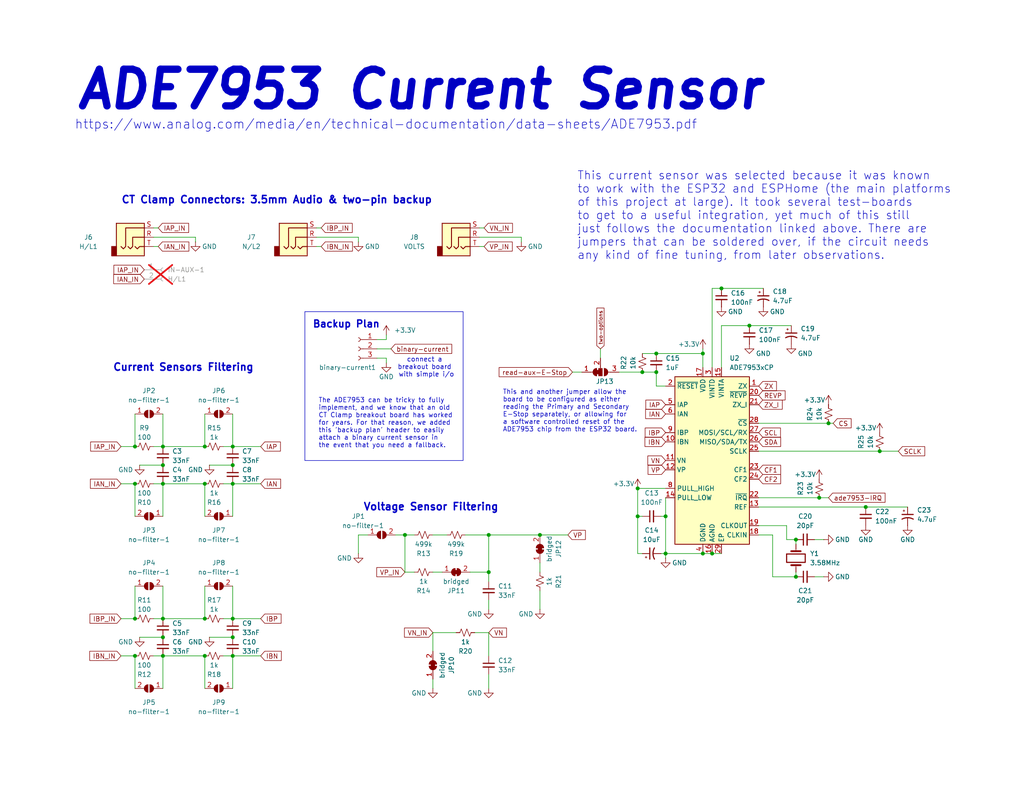
<source format=kicad_sch>
(kicad_sch (version 20231120) (generator "eeschema") (generator_version "8.0")
  (paper "USLetter")
  (title_block (title "ADE7953 Current Sensor") (date "2024-12-13") (rev "3") (company "Corey Rice & MakeHaven") (comment 1 "ADE7953 implemented as in engineering development board") (comment 2 "Pull-up resistors added to configure chip for I2C communication") (comment 3 "3 connectors added, to read 2 current channels and 1 voltage"))
  (lib_symbols
    (symbol "Connector:Conn_01x02_Socket" (pin_names (offset 1.016) hide)
      (property "Reference" "J" (at 0 2.54 0))
      (property "Value" "Conn_01x02_Socket" (at 0 -5.08 0))
      (symbol "Conn_01x02_Socket_1_1"
        (arc (start 0 -2.032) (mid -0.5058 -2.54) (end 0 -3.048) (stroke (width 0.1524)))
        (polyline (pts (xy -1.27 -2.54) (xy -0.508 -2.54)) (stroke (width 0.1524)))
        (polyline (pts (xy -1.27 0) (xy -0.508 0)) (stroke (width 0.1524)))
        (arc (start 0 0.508) (mid -0.5058 0) (end 0 -0.508) (stroke (width 0.1524)))
        (pin passive line (at -5.08 0 0) (length 3.81) (name "Pin_1") (number "1"))
        (pin passive line (at -5.08 -2.54 0) (length 3.81) (name "Pin_2") (number "2"))
      )
    )
    (symbol "Connector:Conn_01x03_Socket" (pin_names (offset 1.016) hide)
      (property "Reference" "J" (at 0 5.08 0))
      (property "Value" "Conn_01x03_Socket" (at 0 -5.08 0))
      (symbol "Conn_01x03_Socket_1_1"
        (arc (start 0 -2.032) (mid -0.5058 -2.54) (end 0 -3.048) (stroke (width 0.1524)))
        (polyline (pts (xy -1.27 -2.54) (xy -0.508 -2.54)) (stroke (width 0.1524)))
        (polyline (pts (xy -1.27 0) (xy -0.508 0)) (stroke (width 0.1524)))
        (polyline (pts (xy -1.27 2.54) (xy -0.508 2.54)) (stroke (width 0.1524)))
        (arc (start 0 0.508) (mid -0.5058 0) (end 0 -0.508) (stroke (width 0.1524)))
        (arc (start 0 3.048) (mid -0.5058 2.54) (end 0 2.032) (stroke (width 0.1524)))
        (pin passive line (at -5.08 2.54 0) (length 3.81) (name "Pin_1") (number "1"))
        (pin passive line (at -5.08 0 0) (length 3.81) (name "Pin_2") (number "2"))
        (pin passive line (at -5.08 -2.54 0) (length 3.81) (name "Pin_3") (number "3"))
      )
    )
    (symbol "Connector_Audio:AudioJack3"
      (property "Reference" "J" (at 0 8.89 0))
      (property "Value" "AudioJack3" (at 0 6.35 0))
      (symbol "AudioJack3_0_1"
        (rectangle (start -5.08 -5.08) (end -6.35 -2.54) (stroke (width 0.254)) (fill (type outline)))
        (polyline (pts (xy 0 -2.54) (xy 0.635 -3.175) (xy 1.27 -2.54) (xy 2.54 -2.54)) (stroke (width 0.254)))
        (polyline (pts (xy -1.905 -2.54) (xy -1.27 -3.175) (xy -0.635 -2.54) (xy -0.635 0) (xy 2.54 0)) (stroke (width 0.254)))
        (polyline (pts (xy 2.54 2.54) (xy -2.54 2.54) (xy -2.54 -2.54) (xy -3.175 -3.175) (xy -3.81 -2.54)) (stroke (width 0.254)))
        (rectangle (start 2.54 3.81) (end -5.08 -5.08) (stroke (width 0.254)) (fill (type background)))
      )
      (symbol "AudioJack3_1_1"
        (pin passive line (at 5.08 0 180) (length 2.54) (name "~") (number "R"))
        (pin passive line (at 5.08 2.54 180) (length 2.54) (name "~") (number "S"))
        (pin passive line (at 5.08 -2.54 180) (length 2.54) (name "~") (number "T"))
      )
    )
    (symbol "Device:C_Polarized_Small_US" (pin_numbers hide) (pin_names (offset 0.254) hide)
      (property "Reference" "C" (at 0.254 1.778 0))
      (property "Value" "C_Polarized_Small_US" (at 0.254 -2.032 0))
      (symbol "C_Polarized_Small_US_0_1"
        (polyline (pts (xy -1.524 0.508) (xy 1.524 0.508)) (stroke (width 0.3048)))
        (polyline (pts (xy -1.27 1.524) (xy -0.762 1.524)))
        (polyline (pts (xy -1.016 1.27) (xy -1.016 1.778)))
        (arc (start 1.524 -0.762) (mid 0 -0.3734) (end -1.524 -0.762) (stroke (width 0.3048)))
      )
      (symbol "C_Polarized_Small_US_1_1"
        (pin passive line (at 0 2.54 270) (length 2.032) (name "~") (number "1"))
        (pin passive line (at 0 -2.54 90) (length 2.032) (name "~") (number "2"))
      )
    )
    (symbol "Device:C_Small" (pin_numbers hide) (pin_names (offset 0.254) hide)
      (property "Reference" "C" (at 0.254 1.778 0))
      (property "Value" "C_Small" (at 0.254 -2.032 0))
      (symbol "C_Small_0_1"
        (polyline (pts (xy -1.524 -0.508) (xy 1.524 -0.508)) (stroke (width 0.3302)))
        (polyline (pts (xy -1.524 0.508) (xy 1.524 0.508)) (stroke (width 0.3048)))
      )
      (symbol "C_Small_1_1"
        (pin passive line (at 0 2.54 270) (length 2.032) (name "~") (number "1"))
        (pin passive line (at 0 -2.54 90) (length 2.032) (name "~") (number "2"))
      )
    )
    (symbol "Device:Crystal" (pin_numbers hide) (pin_names (offset 1.016) hide)
      (property "Reference" "Y" (at 0 3.81 0))
      (property "Value" "Crystal" (at 0 -3.81 0))
      (symbol "Crystal_0_1"
        (rectangle (start -1.143 2.54) (end 1.143 -2.54) (stroke (width 0.3048)))
        (polyline (pts (xy -2.54 0) (xy -1.905 0)))
        (polyline (pts (xy -1.905 -1.27) (xy -1.905 1.27)) (stroke (width 0.508)))
        (polyline (pts (xy 1.905 -1.27) (xy 1.905 1.27)) (stroke (width 0.508)))
        (polyline (pts (xy 2.54 0) (xy 1.905 0)))
      )
      (symbol "Crystal_1_1"
        (pin passive line (at -3.81 0 0) (length 1.27) (name "1") (number "1"))
        (pin passive line (at 3.81 0 180) (length 1.27) (name "2") (number "2"))
      )
    )
    (symbol "Device:R_Small_US" (pin_numbers hide) (pin_names (offset 0.254) hide)
      (property "Reference" "R" (at 0.762 0.508 0))
      (property "Value" "R_Small_US" (at 0.762 -1.016 0))
      (symbol "R_Small_US_1_1"
        (polyline (pts (xy 0 0) (xy 1.016 -0.381) (xy 0 -0.762) (xy -1.016 -1.143) (xy 0 -1.524)))
        (polyline (pts (xy 0 1.524) (xy 1.016 1.143) (xy 0 0.762) (xy -1.016 0.381) (xy 0 0)))
        (pin passive line (at 0 2.54 270) (length 1.016) (name "~") (number "1"))
        (pin passive line (at 0 -2.54 90) (length 1.016) (name "~") (number "2"))
      )
    )
    (symbol "Jumper:SolderJumper_2_Bridged" (pin_names (offset 0) hide)
      (property "Reference" "JP" (at 0 2.032 0))
      (property "Value" "SolderJumper_2_Bridged" (at 0 -2.54 0))
      (symbol "SolderJumper_2_Bridged_0_1"
        (rectangle (start -0.508 0.508) (end 0.508 -0.508) (fill (type outline)))
        (arc (start -0.254 1.016) (mid -1.2655 0) (end -0.254 -1.016))
        (arc (start -0.254 1.016) (mid -1.2655 0) (end -0.254 -1.016) (fill (type outline)))
        (polyline (pts (xy -0.254 1.016) (xy -0.254 -1.016)))
        (polyline (pts (xy 0.254 1.016) (xy 0.254 -1.016)))
        (arc (start 0.254 -1.016) (mid 1.2655 0) (end 0.254 1.016))
        (arc (start 0.254 -1.016) (mid 1.2655 0) (end 0.254 1.016) (fill (type outline)))
      )
      (symbol "SolderJumper_2_Bridged_1_1"
        (pin passive line (at -3.81 0 0) (length 2.54) (name "A") (number "1"))
        (pin passive line (at 3.81 0 180) (length 2.54) (name "B") (number "2"))
      )
    )
    (symbol "Jumper:SolderJumper_2_Open" (pin_names (offset 0) hide)
      (property "Reference" "JP" (at 0 2.032 0))
      (property "Value" "SolderJumper_2_Open" (at 0 -2.54 0))
      (symbol "SolderJumper_2_Open_0_1"
        (arc (start -0.254 1.016) (mid -1.2655 0) (end -0.254 -1.016))
        (arc (start -0.254 1.016) (mid -1.2655 0) (end -0.254 -1.016) (fill (type outline)))
        (polyline (pts (xy -0.254 1.016) (xy -0.254 -1.016)))
        (polyline (pts (xy 0.254 1.016) (xy 0.254 -1.016)))
        (arc (start 0.254 -1.016) (mid 1.2655 0) (end 0.254 1.016))
        (arc (start 0.254 -1.016) (mid 1.2655 0) (end 0.254 1.016) (fill (type outline)))
      )
      (symbol "SolderJumper_2_Open_1_1"
        (pin passive line (at -3.81 0 0) (length 2.54) (name "A") (number "1"))
        (pin passive line (at 3.81 0 180) (length 2.54) (name "B") (number "2"))
      )
    )
    (symbol "Jumper:SolderJumper_3_Bridged12" (pin_names (offset 0) hide)
      (property "Reference" "JP" (at -2.54 -2.54 0))
      (property "Value" "SolderJumper_3_Bridged12" (at 0 2.794 0))
      (symbol "SolderJumper_3_Bridged12_0_1"
        (rectangle (start -1.016 0.508) (end -0.508 -0.508) (fill (type outline)))
        (arc (start -1.016 1.016) (mid -2.0275 0) (end -1.016 -1.016))
        (arc (start -1.016 1.016) (mid -2.0275 0) (end -1.016 -1.016) (fill (type outline)))
        (rectangle (start -0.508 1.016) (end 0.508 -1.016) (fill (type outline)))
        (polyline (pts (xy -2.54 0) (xy -2.032 0)))
        (polyline (pts (xy -1.016 1.016) (xy -1.016 -1.016)))
        (polyline (pts (xy 0 -1.27) (xy 0 -1.016)))
        (polyline (pts (xy 1.016 1.016) (xy 1.016 -1.016)))
        (polyline (pts (xy 2.54 0) (xy 2.032 0)))
        (arc (start 1.016 -1.016) (mid 2.0275 0) (end 1.016 1.016))
        (arc (start 1.016 -1.016) (mid 2.0275 0) (end 1.016 1.016) (fill (type outline)))
      )
      (symbol "SolderJumper_3_Bridged12_1_1"
        (pin passive line (at -5.08 0 0) (length 2.54) (name "A") (number "1"))
        (pin passive line (at 0 -3.81 90) (length 2.54) (name "C") (number "2"))
        (pin passive line (at 5.08 0 180) (length 2.54) (name "B") (number "3"))
      )
    )
    (symbol "Sensor:ADE7953xCP"
      (property "Reference" "U" (at -12.7 22.86 0))
      (property "Value" "ADE7953xCP" (at -12.7 25.4 0))
      (symbol "ADE7953xCP_0_1"
        (rectangle (start 10.16 -22.86) (end -10.16 22.86) (stroke (width 0.254)) (fill (type background)))
      )
      (symbol "ADE7953xCP_1_1"
        (pin output line (at 12.7 20.32 180) (length 2.54) (name "ZX") (number "1"))
        (pin input line (at -12.7 5.08 0) (length 2.54) (name "IBN") (number "10"))
        (pin input line (at -12.7 0 0) (length 2.54) (name "VN") (number "11"))
        (pin input line (at -12.7 -2.54 0) (length 2.54) (name "VP") (number "12"))
        (pin input line (at 12.7 -12.7 180) (length 2.54) (name "REF") (number "13"))
        (pin input line (at -12.7 -10.16 0) (length 2.54) (name "PULL_LOW") (number "14"))
        (pin power_out line (at 2.54 25.4 270) (length 2.54) (name "VINTA") (number "15"))
        (pin power_in line (at 0 -25.4 90) (length 2.54) (name "AGND") (number "16"))
        (pin power_in line (at -2.54 25.4 270) (length 2.54) (name "VDD") (number "17"))
        (pin input line (at 12.7 -20.32 180) (length 2.54) (name "CLKIN") (number "18"))
        (pin output line (at 12.7 -17.78 180) (length 2.54) (name "CLKOUT") (number "19"))
        (pin input line (at -12.7 20.32 0) (length 2.54) (name "~{RESET}") (number "2"))
        (pin output line (at 12.7 17.78 180) (length 2.54) (name "~{REVP}") (number "20"))
        (pin output line (at 12.7 15.24 180) (length 2.54) (name "ZX_I") (number "21"))
        (pin open_collector line (at 12.7 -10.16 180) (length 2.54) (name "~{IRQ}") (number "22"))
        (pin output line (at 12.7 -2.54 180) (length 2.54) (name "CF1") (number "23"))
        (pin output line (at 12.7 -5.08 180) (length 2.54) (name "CF2") (number "24"))
        (pin input line (at 12.7 2.54 180) (length 2.54) (name "SCLK") (number "25"))
        (pin bidirectional line (at 12.7 5.08 180) (length 2.54) (name "MISO/SDA/TX") (number "26"))
        (pin input line (at 12.7 7.62 180) (length 2.54) (name "MOSI/SCL/RX") (number "27"))
        (pin input line (at 12.7 10.16 180) (length 2.54) (name "~{CS}") (number "28"))
        (pin passive line (at 2.54 -25.4 90) (length 2.54) (name "EP") (number "29"))
        (pin power_out line (at 0 25.4 270) (length 2.54) (name "VINTD") (number "3"))
        (pin power_in line (at -2.54 -25.4 90) (length 2.54) (name "DGND") (number "4"))
        (pin input line (at -12.7 15.24 0) (length 2.54) (name "IAP") (number "5"))
        (pin input line (at -12.7 12.7 0) (length 2.54) (name "IAN") (number "6"))
        (pin input line (at -12.7 -7.62 0) (length 2.54) hide (name "PULL_HIGH") (number "7"))
        (pin input line (at -12.7 -7.62 0) (length 2.54) (name "PULL_HIGH") (number "8"))
        (pin input line (at -12.7 7.62 0) (length 2.54) (name "IBP") (number "9"))
      )
    )
    (symbol "power:+3.3V" (power) (pin_numbers hide) (pin_names (offset 0) hide)
      (property "Value" "+3.3V" (at 0 3.556 0))
      (symbol "+3.3V_0_1"
        (polyline (pts (xy -0.762 1.27) (xy 0 2.54)))
        (polyline (pts (xy 0 0) (xy 0 2.54)))
        (polyline (pts (xy 0 2.54) (xy 0.762 1.27)))
      )
      (symbol "+3.3V_1_1"
        (pin power_in line (at 0 0 90) (length 0) (name "~") (number "1"))
      )
    )
    (symbol "power:GND" (power) (pin_numbers hide) (pin_names (offset 0) hide)
      (property "Value" "GND" (at 0 -3.81 0))
      (symbol "GND_0_1"
        (polyline (pts (xy 0 0) (xy 0 -1.27) (xy 1.27 -1.27) (xy 0 -2.54) (xy -1.27 -1.27) (xy 0 -1.27)))
      )
      (symbol "GND_1_1"
        (pin power_in line (at 0 0 270) (length 0) (name "~") (number "1"))
      )
    )
  )
  (junction (at 217.17 147.32))
  (junction (at 36.83 121.92))
  (junction (at 147.32 146.05))
  (junction (at 44.45 127))
  (junction (at 204.47 88.9))
  (junction (at 55.88 179.07))
  (junction (at 194.31 151.13))
  (junction (at 236.22 138.43))
  (junction (at 55.88 168.91))
  (junction (at 44.45 168.91))
  (junction (at 226.06 115.57))
  (junction (at 179.07 96.52))
  (junction (at 63.5 121.92))
  (junction (at 240.03 123.19))
  (junction (at 44.45 132.08))
  (junction (at 44.45 121.92))
  (junction (at 44.45 173.99))
  (junction (at 44.45 179.07))
  (junction (at 181.61 140.97))
  (junction (at 55.88 121.92))
  (junction (at 55.88 132.08))
  (junction (at 223.52 135.89))
  (junction (at 175.26 101.6))
  (junction (at 173.99 140.97))
  (junction (at 36.83 132.08))
  (junction (at 110.49 146.05))
  (junction (at 63.5 179.07))
  (junction (at 191.77 96.52))
  (junction (at 63.5 132.08))
  (junction (at 63.5 127))
  (junction (at 196.85 78.74))
  (junction (at 173.99 133.35))
  (junction (at 63.5 168.91))
  (junction (at 179.07 101.6))
  (junction (at 36.83 168.91))
  (junction (at 191.77 151.13))
  (junction (at 36.83 179.07))
  (junction (at 181.61 151.13))
  (junction (at 133.35 146.05))
  (junction (at 217.17 157.48))
  (junction (at 63.5 173.99))
  (junction (at 133.35 156.21))
  (wire (pts (xy 142.24 64.77) (xy 130.81 64.77)))
  (wire (pts (xy 236.22 138.43) (xy 247.65 138.43)))
  (wire (pts (xy 179.07 105.41) (xy 179.07 101.6)))
  (wire (pts (xy 36.83 113.03) (xy 36.83 121.92)))
  (wire (pts (xy 100.33 146.05) (xy 97.79 146.05)))
  (wire (pts (xy 33.02 121.92) (xy 36.83 121.92)))
  (wire (pts (xy 191.77 95.25) (xy 191.77 96.52)))
  (wire (pts (xy 133.35 146.05) (xy 147.32 146.05)))
  (wire (pts (xy 102.87 97.79) (xy 105.41 97.79)))
  (wire (pts (xy 194.31 100.33) (xy 194.31 78.74)))
  (wire (pts (xy 168.91 101.6) (xy 175.26 101.6)))
  (wire (pts (xy 173.99 133.35) (xy 173.99 140.97)))
  (wire (pts (xy 36.83 179.07) (xy 36.83 187.96)))
  (wire (pts (xy 147.32 153.67) (xy 147.32 156.21)))
  (wire (pts (xy 207.01 138.43) (xy 236.22 138.43)))
  (wire (pts (xy 102.87 95.25) (xy 106.68 95.25)))
  (wire (pts (xy 130.81 67.31) (xy 132.08 67.31)))
  (wire (pts (xy 102.87 92.71) (xy 105.41 92.71)))
  (wire (pts (xy 105.41 97.79) (xy 105.41 99.06)))
  (wire (pts (xy 181.61 140.97) (xy 181.61 151.13)))
  (wire (pts (xy 71.12 179.07) (xy 63.5 179.07)))
  (wire (pts (xy 44.45 179.07) (xy 55.88 179.07)))
  (wire (pts (xy 129.54 172.72) (xy 133.35 172.72)))
  (wire (pts (xy 226.06 115.57) (xy 207.01 115.57)))
  (wire (pts (xy 196.85 151.13) (xy 194.31 151.13)))
  (wire (pts (xy 207.01 143.51) (xy 214.63 143.51)))
  (wire (pts (xy 33.02 179.07) (xy 36.83 179.07)))
  (wire (pts (xy 87.63 62.23) (xy 86.36 62.23)))
  (wire (pts (xy 191.77 96.52) (xy 191.77 100.33)))
  (wire (pts (xy 181.61 151.13) (xy 181.61 152.4)))
  (wire (pts (xy 60.96 168.91) (xy 63.5 168.91)))
  (wire (pts (xy 38.1 127) (xy 44.45 127)))
  (wire (pts (xy 57.15 173.99) (xy 63.5 173.99)))
  (wire (pts (xy 175.26 101.6) (xy 179.07 101.6)))
  (wire (pts (xy 36.83 160.02) (xy 36.83 168.91)))
  (wire (pts (xy 156.21 101.6) (xy 158.75 101.6)))
  (wire (pts (xy 60.96 179.07) (xy 63.5 179.07)))
  (wire (pts (xy 194.31 78.74) (xy 196.85 78.74)))
  (wire (pts (xy 33.02 168.91) (xy 36.83 168.91)))
  (wire (pts (xy 41.91 64.77) (xy 53.34 64.77)))
  (wire (pts (xy 110.49 156.21) (xy 110.49 146.05)))
  (wire (pts (xy 118.11 156.21) (xy 120.65 156.21)))
  (wire (pts (xy 44.45 160.02) (xy 44.45 168.91)))
  (wire (pts (xy 43.18 62.23) (xy 41.91 62.23)))
  (wire (pts (xy 196.85 78.74) (xy 208.28 78.74)))
  (wire (pts (xy 173.99 151.13) (xy 175.26 151.13)))
  (wire (pts (xy 133.35 156.21) (xy 133.35 158.75)))
  (wire (pts (xy 107.95 146.05) (xy 110.49 146.05)))
  (wire (pts (xy 55.88 179.07) (xy 55.88 187.96)))
  (wire (pts (xy 97.79 66.04) (xy 97.79 64.77)))
  (wire (pts (xy 214.63 147.32) (xy 217.17 147.32)))
  (wire (pts (xy 38.1 173.99) (xy 44.45 173.99)))
  (wire (pts (xy 181.61 151.13) (xy 180.34 151.13)))
  (wire (pts (xy 97.79 146.05) (xy 97.79 151.13)))
  (wire (pts (xy 60.96 132.08) (xy 63.5 132.08)))
  (wire (pts (xy 207.01 146.05) (xy 210.82 146.05)))
  (wire (pts (xy 181.61 140.97) (xy 180.34 140.97)))
  (wire (pts (xy 97.79 64.77) (xy 86.36 64.77)))
  (wire (pts (xy 181.61 135.89) (xy 181.61 140.97)))
  (wire (pts (xy 147.32 161.29) (xy 147.32 166.37)))
  (wire (pts (xy 175.26 140.97) (xy 173.99 140.97)))
  (wire (pts (xy 245.11 123.19) (xy 240.03 123.19)))
  (wire (pts (xy 44.45 132.08) (xy 55.88 132.08)))
  (wire (pts (xy 63.5 113.03) (xy 63.5 121.92)))
  (wire (pts (xy 44.45 113.03) (xy 44.45 121.92)))
  (wire (pts (xy 55.88 132.08) (xy 55.88 140.97)))
  (wire (pts (xy 194.31 151.13) (xy 191.77 151.13)))
  (wire (pts (xy 196.85 88.9) (xy 196.85 100.33)))
  (wire (pts (xy 53.34 66.04) (xy 53.34 64.77)))
  (wire (pts (xy 226.06 135.89) (xy 223.52 135.89)))
  (wire (pts (xy 173.99 133.35) (xy 181.61 133.35)))
  (wire (pts (xy 210.82 146.05) (xy 210.82 157.48)))
  (wire (pts (xy 57.15 127) (xy 63.5 127)))
  (wire (pts (xy 60.96 121.92) (xy 63.5 121.92)))
  (wire (pts (xy 179.07 96.52) (xy 191.77 96.52)))
  (wire (pts (xy 173.99 140.97) (xy 173.99 151.13)))
  (wire (pts (xy 127 146.05) (xy 133.35 146.05)))
  (wire (pts (xy 133.35 146.05) (xy 133.35 156.21)))
  (wire (pts (xy 191.77 151.13) (xy 181.61 151.13)))
  (wire (pts (xy 105.41 92.71) (xy 105.41 91.44)))
  (wire (pts (xy 196.85 88.9) (xy 204.47 88.9)))
  (wire (pts (xy 63.5 160.02) (xy 63.5 168.91)))
  (wire (pts (xy 41.91 132.08) (xy 44.45 132.08)))
  (wire (pts (xy 41.91 168.91) (xy 44.45 168.91)))
  (wire (pts (xy 181.61 105.41) (xy 179.07 105.41)))
  (wire (pts (xy 175.26 96.52) (xy 179.07 96.52)))
  (wire (pts (xy 113.03 156.21) (xy 110.49 156.21)))
  (wire (pts (xy 63.5 179.07) (xy 63.5 187.96)))
  (wire (pts (xy 132.08 62.23) (xy 130.81 62.23)))
  (wire (pts (xy 118.11 172.72) (xy 124.46 172.72)))
  (wire (pts (xy 147.32 146.05) (xy 154.94 146.05)))
  (wire (pts (xy 163.83 95.25) (xy 163.83 97.79)))
  (wire (pts (xy 44.45 132.08) (xy 44.45 140.97)))
  (wire (pts (xy 207.01 135.89) (xy 223.52 135.89)))
  (wire (pts (xy 36.83 132.08) (xy 36.83 140.97)))
  (wire (pts (xy 222.25 147.32) (xy 224.79 147.32)))
  (wire (pts (xy 133.35 184.15) (xy 133.35 187.96)))
  (wire (pts (xy 55.88 113.03) (xy 55.88 121.92)))
  (wire (pts (xy 217.17 147.32) (xy 217.17 148.59)))
  (wire (pts (xy 214.63 143.51) (xy 214.63 147.32)))
  (wire (pts (xy 41.91 121.92) (xy 44.45 121.92)))
  (wire (pts (xy 63.5 132.08) (xy 63.5 140.97)))
  (wire (pts (xy 110.49 146.05) (xy 113.03 146.05)))
  (wire (pts (xy 71.12 168.91) (xy 63.5 168.91)))
  (wire (pts (xy 133.35 172.72) (xy 133.35 179.07)))
  (wire (pts (xy 43.18 67.31) (xy 41.91 67.31)))
  (wire (pts (xy 44.45 179.07) (xy 44.45 187.96)))
  (wire (pts (xy 118.11 185.42) (xy 118.11 187.96)))
  (wire (pts (xy 133.35 163.83) (xy 133.35 166.37)))
  (wire (pts (xy 222.25 157.48) (xy 224.79 157.48)))
  (wire (pts (xy 118.11 177.8) (xy 118.11 172.72)))
  (wire (pts (xy 210.82 157.48) (xy 217.17 157.48)))
  (wire (pts (xy 128.27 156.21) (xy 133.35 156.21)))
  (wire (pts (xy 142.24 66.04) (xy 142.24 64.77)))
  (wire (pts (xy 44.45 121.92) (xy 55.88 121.92)))
  (wire (pts (xy 44.45 168.91) (xy 55.88 168.91)))
  (wire (pts (xy 217.17 156.21) (xy 217.17 157.48)))
  (wire (pts (xy 204.47 88.9) (xy 215.9 88.9)))
  (wire (pts (xy 55.88 160.02) (xy 55.88 168.91)))
  (wire (pts (xy 227.33 115.57) (xy 226.06 115.57)))
  (wire (pts (xy 71.12 132.08) (xy 63.5 132.08)))
  (wire (pts (xy 86.36 67.31) (xy 87.63 67.31)))
  (wire (pts (xy 41.91 179.07) (xy 44.45 179.07)))
  (wire (pts (xy 33.02 132.08) (xy 36.83 132.08)))
  (wire (pts (xy 240.03 123.19) (xy 207.01 123.19)))
  (wire (pts (xy 118.11 146.05) (xy 121.92 146.05)))
  (wire (pts (xy 71.12 121.92) (xy 63.5 121.92)))
  (rectangle (start 83.185 85.09) (end 126.365 125.73))
  (text "CT Clamp Connectors: 3.5mm Audio & two-pin backup" (at 33.02 55.88 0) (effects (font (size 2 2) (thickness 0.4) (bold yes)) (justify left bottom)))
  (text "connect a \nbreakout board \nwith simple i/o" (at 116.332 100.33 0) (effects (font (size 1.27 1.27) (thickness 0.1588))))
  (text "The ADE7953 can be tricky to fully\nimplement, and we know that an old\nCT Clamp breakout board has worked\nfor years. For that reason, we added\nthis 'backup plan' header to easily \nattach a binary current sensor in \nthe event that you need a fallback." (at 86.868 122.428 0) (effects (font (size 1.27 1.27)) (justify left bottom)))
  (text "Voltage Sensor Filtering" (at 99.06 139.7 0) (effects (font (size 2 2) (thickness 0.4) (bold yes)) (justify left bottom)))
  (text "https://www.analog.com/media/en/technical-documentation/data-sheets/ADE7953.pdf\n" (at 20.32 35.56 0) (effects (font (size 2.5 2.5)) (justify left bottom)))
  (text "ADE7953 Current Sensor\n" (at 20.32 30.48 0) (effects (font (size 10 10) (thickness 2) (bold yes) (italic yes)) (justify left bottom)))
  (text "This current sensor was selected because it was known \nto work with the ESP32 and ESPHome (the main platforms \nof this project at large). It took several test-boards \nto get to a useful integration, yet much of this still\njust follows the documentation linked above. There are \njumpers that can be soldered over, if the circuit needs\nany kind of fine tuning, from later observations." (at 157.48 71.12 0) (effects (font (size 2.25 2.25)) (justify left bottom)))
  (text "Current Sensors Filtering" (at 30.734 101.6 0) (effects (font (size 2 2) (thickness 0.4) (bold yes)) (justify left bottom)))
  (text "This and another jumper allow the \nboard to be configured as either \nreading the Primary and Secondary \nE-Stop separately, or allowing for \na software controlled reset of the \nADE7953 chip from the ESP32 board." (at 137.16 118.11 0) (effects (font (size 1.27 1.27)) (justify left bottom)))
  (text "Backup Plan" (at 94.488 88.646 0) (effects (font (size 1.905 1.905) (thickness 0.381) (bold yes))))
  (global_label "binary-current" (shape input) (at 106.68 95.25 0) (property "Intersheetrefs" "${INTERSHEET_REFS}" (effects (hide yes))))
  (global_label "REVP" (shape input) (at 207.01 107.95 0) (property "Intersheetrefs" "${INTERSHEET_REFS}" (effects (hide yes))))
  (global_label "IBN_IN" (shape input) (at 87.63 67.31 0) (property "Intersheetrefs" "${INTERSHEET_REFS}" (effects (hide yes))))
  (global_label "VN_IN" (shape input) (at 118.11 172.72 180) (property "Intersheetrefs" "${INTERSHEET_REFS}" (effects (hide yes))))
  (global_label "IBN" (shape input) (at 71.12 179.07 0) (property "Intersheetrefs" "${INTERSHEET_REFS}" (effects (hide yes))))
  (global_label "IBP" (shape input) (at 71.12 168.91 0) (property "Intersheetrefs" "${INTERSHEET_REFS}" (effects (hide yes))))
  (global_label "IAN_IN" (shape input) (at 33.02 132.08 180) (property "Intersheetrefs" "${INTERSHEET_REFS}" (effects (hide yes))))
  (global_label "VP" (shape input) (at 154.94 146.05 0) (property "Intersheetrefs" "${INTERSHEET_REFS}" (effects (hide yes))))
  (global_label "VN_IN" (shape input) (at 132.08 62.23 0) (property "Intersheetrefs" "${INTERSHEET_REFS}" (effects (hide yes))))
  (global_label "IAP_IN" (shape input) (at 39.37 73.66 180) (property "Intersheetrefs" "${INTERSHEET_REFS}" (effects (hide yes))))
  (global_label "SCL" (shape input) (at 207.01 118.11 0) (property "Intersheetrefs" "${INTERSHEET_REFS}" (effects (hide yes))))
  (global_label "ade7953-IRQ" (shape input) (at 226.06 135.89 0) (property "Intersheetrefs" "${INTERSHEET_REFS}" (effects (hide yes))))
  (global_label "VP" (shape input) (at 181.61 128.27 180) (property "Intersheetrefs" "${INTERSHEET_REFS}" (effects (hide yes))))
  (global_label "IAN" (shape input) (at 181.61 113.03 180) (property "Intersheetrefs" "${INTERSHEET_REFS}" (effects (hide yes))))
  (global_label "VP_IN" (shape input) (at 110.49 156.21 180) (property "Intersheetrefs" "${INTERSHEET_REFS}" (effects (hide yes))))
  (global_label "IAP_IN" (shape input) (at 33.02 121.92 180) (property "Intersheetrefs" "${INTERSHEET_REFS}" (effects (hide yes))))
  (global_label "SCLK" (shape input) (at 245.11 123.19 0) (property "Intersheetrefs" "${INTERSHEET_REFS}" (effects (hide yes))))
  (global_label "CF1" (shape input) (at 207.01 128.27 0) (property "Intersheetrefs" "${INTERSHEET_REFS}" (effects (hide yes))))
  (global_label "IAP" (shape input) (at 71.12 121.92 0) (property "Intersheetrefs" "${INTERSHEET_REFS}" (effects (hide yes))))
  (global_label "VP_IN" (shape input) (at 132.08 67.31 0) (property "Intersheetrefs" "${INTERSHEET_REFS}" (effects (hide yes))))
  (global_label "IAN_IN" (shape input) (at 39.37 76.2 180) (property "Intersheetrefs" "${INTERSHEET_REFS}" (effects (hide yes))))
  (global_label "IAP_IN" (shape input) (at 43.18 62.23 0) (property "Intersheetrefs" "${INTERSHEET_REFS}" (effects (hide yes))))
  (global_label "ZX" (shape input) (at 207.01 105.41 0) (property "Intersheetrefs" "${INTERSHEET_REFS}" (effects (hide yes))))
  (global_label "CS" (shape input) (at 227.33 115.57 0) (property "Intersheetrefs" "${INTERSHEET_REFS}" (effects (hide yes))))
  (global_label "IAP" (shape input) (at 181.61 110.49 180) (property "Intersheetrefs" "${INTERSHEET_REFS}" (effects (hide yes))))
  (global_label "IBN" (shape input) (at 181.61 120.65 180) (property "Intersheetrefs" "${INTERSHEET_REFS}" (effects (hide yes))))
  (global_label "SDA" (shape input) (at 207.01 120.65 0) (property "Intersheetrefs" "${INTERSHEET_REFS}" (effects (hide yes))))
  (global_label "read-aux-E-Stop" (shape input) (at 156.21 101.6 180) (property "Intersheetrefs" "${INTERSHEET_REFS}" (effects (hide yes))))
  (global_label "IAN_IN" (shape input) (at 43.18 67.31 0) (property "Intersheetrefs" "${INTERSHEET_REFS}" (effects (hide yes))))
  (global_label "ZX_I" (shape input) (at 207.01 110.49 0) (property "Intersheetrefs" "${INTERSHEET_REFS}" (effects (hide yes))))
  (global_label "VN" (shape input) (at 133.35 172.72 0) (property "Intersheetrefs" "${INTERSHEET_REFS}" (effects (hide yes))))
  (global_label "two-options" (shape input) (at 163.83 95.25 90) (effects (font (size 1 1))) (property "Intersheetrefs" "${INTERSHEET_REFS}" (effects (hide yes))))
  (global_label "IBP_IN" (shape input) (at 33.02 168.91 180) (property "Intersheetrefs" "${INTERSHEET_REFS}" (effects (hide yes))))
  (global_label "IBN_IN" (shape input) (at 33.02 179.07 180) (property "Intersheetrefs" "${INTERSHEET_REFS}" (effects (hide yes))))
  (global_label "VN" (shape input) (at 181.61 125.73 180) (property "Intersheetrefs" "${INTERSHEET_REFS}" (effects (hide yes))))
  (global_label "IAN" (shape input) (at 71.12 132.08 0) (property "Intersheetrefs" "${INTERSHEET_REFS}" (effects (hide yes))))
  (global_label "IBP" (shape input) (at 181.61 118.11 180) (property "Intersheetrefs" "${INTERSHEET_REFS}" (effects (hide yes))))
  (global_label "CF2" (shape input) (at 207.01 130.81 0) (property "Intersheetrefs" "${INTERSHEET_REFS}" (effects (hide yes))))
  (global_label "IBP_IN" (shape input) (at 87.63 62.23 0) (property "Intersheetrefs" "${INTERSHEET_REFS}" (effects (hide yes))))
  (symbol (lib_id "Device:C_Small") (at 196.85 81.28 0) (unit 1)
    (property "Reference" "C16" (at 199.39 80.0162 0) (effects (justify left)))
    (property "Value" "100nF" (at 199.39 82.5562 0) (effects (justify left)))
    (property "Footprint" "LED_SMD:LED_0603_1608Metric" (effects (hide yes)))
    (property "JLCPCB Part #" "C14663" (effects (hide yes)))
  )
  (symbol (lib_id "Device:C_Polarized_Small_US") (at 208.28 81.28 0) (unit 1)
    (property "Reference" "C18" (at 210.82 79.5781 0) (effects (justify left)))
    (property "Value" "4.7uF" (at 210.82 82.1181 0) (effects (justify left)))
    (property "Footprint" "Capacitor_THT:CP_Radial_D5.0mm_P2.00mm" (effects (hide yes)))
    (property "JLCPCB Part #" "C88759" (effects (hide yes)))
  )
  (symbol (lib_id "Device:R_Small_US") (at 58.42 168.91 90) (unit 1)
    (property "Reference" "R17" (at 58.42 163.83 90))
    (property "Value" "1k" (at 58.42 166.37 90))
    (property "Footprint" "Resistor_SMD:R_0603_1608Metric" (effects (hide yes)))
    (property "JLCPCB Part #" "C21190" (effects (hide yes)))
  )
  (symbol (lib_id "Device:C_Small") (at 219.71 147.32 90) (unit 1)
    (property "Reference" "C20" (at 219.7163 140.97 90))
    (property "Value" "20pF" (at 219.7163 143.51 90))
    (property "Footprint" "LED_SMD:LED_0603_1608Metric" (effects (hide yes)))
    (property "JLCPCB Part #" "C1648" (effects (hide yes)))
  )
  (symbol (lib_id "Jumper:SolderJumper_2_Open") (at 40.64 113.03 0) (unit 1)
    (property "Reference" "JP2" (at 40.64 106.68 0))
    (property "Value" "no-filter-1" (at 40.64 109.22 0))
    (property "Footprint" "Jumper:SolderJumper-2_P1.3mm_Open_RoundedPad1.0x1.5mm" (effects (hide yes)))
  )
  (symbol (lib_id "power:GND") (at 196.85 83.82 0) (unit 1)
    (property "Reference" "#PWR0145" (effects (hide yes)))
    (property "Value" "GND" (at 200.66 85.09 0))
    (property "Description" "Power symbol creates a global label with name \"GND\" , ground" (effects (hide yes)))
  )
  (symbol (lib_id "power:GND") (at 38.1 173.99 0) (unit 1)
    (property "Reference" "#PWR0137" (effects (hide yes)))
    (property "Value" "GND" (at 34.29 175.26 0))
    (property "Description" "Power symbol creates a global label with name \"GND\" , ground" (effects (hide yes)))
  )
  (symbol (lib_id "Device:C_Polarized_Small_US") (at 215.9 91.44 0) (unit 1)
    (property "Reference" "C19" (at 218.44 89.7381 0) (effects (justify left)))
    (property "Value" "4.7uF" (at 218.44 92.2781 0) (effects (justify left)))
    (property "Footprint" "Capacitor_THT:CP_Radial_D5.0mm_P2.00mm" (effects (hide yes)))
    (property "JLCPCB Part #" "C88759" (effects (hide yes)))
  )
  (symbol (lib_id "Device:C_Polarized_Small_US") (at 177.8 151.13 90) (unit 1)
    (property "Reference" "C14" (at 177.8 144.78 90))
    (property "Value" "10uF" (at 177.8 147.32 90))
    (property "Footprint" "Capacitor_THT:CP_Radial_D5.0mm_P2.00mm" (effects (hide yes)))
    (property "JLCPCB Part #" "C88726" (effects (hide yes)))
  )
  (symbol (lib_id "Jumper:SolderJumper_2_Bridged") (at 147.32 149.86 90) (unit 1)
    (property "Reference" "JP12" (at 152.4 149.86 0))
    (property "Value" "bridged" (at 149.86 149.86 0))
    (property "Footprint" "Jumper:SolderJumper-2_P1.3mm_Bridged_RoundedPad1.0x1.5mm" (effects (hide yes)))
  )
  (symbol (lib_id "Jumper:SolderJumper_2_Open") (at 59.69 113.03 0) (unit 1)
    (property "Reference" "JP6" (at 59.69 106.68 0))
    (property "Value" "no-filter-1" (at 59.69 109.22 0))
    (property "Footprint" "Jumper:SolderJumper-2_P1.3mm_Open_RoundedPad1.0x1.5mm" (effects (hide yes)))
  )
  (symbol (lib_id "power:GND") (at 133.35 187.96 0) (unit 1)
    (property "Reference" "#PWR0133" (effects (hide yes)))
    (property "Value" "GND" (at 129.54 189.23 0))
    (property "Description" "Power symbol creates a global label with name \"GND\" , ground" (effects (hide yes)))
  )
  (symbol (lib_id "Device:C_Small") (at 63.5 176.53 0) (unit 1)
    (property "Reference" "C10" (at 66.04 175.2662 0) (effects (justify left)))
    (property "Value" "33nF" (at 66.04 177.8062 0) (effects (justify left)))
    (property "Footprint" "LED_SMD:LED_0603_1608Metric" (effects (hide yes)))
    (property "JLCPCB Part #" "C21117" (effects (hide yes)))
  )
  (symbol (lib_id "Device:R_Small_US") (at 115.57 156.21 270) (unit 1)
    (property "Reference" "R14" (at 115.57 161.29 90))
    (property "Value" "1k" (at 115.57 158.75 90))
    (property "Footprint" "Resistor_SMD:R_0603_1608Metric" (effects (hide yes)))
    (property "JLCPCB Part #" "C21190" (effects (hide yes)))
  )
  (symbol (lib_id "power:+3.3V") (at 173.99 133.35 0) (unit 1)
    (property "Reference" "#PWR0128" (effects (hide yes)))
    (property "Value" "+3.3V" (at 170.18 132.08 0))
    (property "Description" "Power symbol creates a global label with name \"+3.3V\"" (effects (hide yes)))
  )
  (symbol (lib_id "Device:R_Small_US") (at 175.26 99.06 180) (unit 1)
    (property "Reference" "R22" (at 170.18 99.06 90))
    (property "Value" "10k" (at 172.72 99.06 90))
    (property "Footprint" "Resistor_SMD:R_0603_1608Metric" (effects (hide yes)))
    (property "JLCPCB Part #" "C25804" (effects (hide yes)))
  )
  (symbol (lib_id "Connector_Audio:AudioJack3") (at 81.28 64.77 0) (unit 1)
    (property "Reference" "J7" (at 68.58 64.77 0))
    (property "Value" "N/L2" (at 68.58 67.31 0))
    (property "Footprint" "Connector_Audio:Jack_3.5mm_CUI_SJ1-3525N_Horizontal" (effects (hide yes)))
    (property "Description" "Audio Jack, 3 Poles (Stereo / TRS)" (effects (hide yes)))
    (property "JLCPCB Part #" "C692542" (effects (hide yes)))
  )
  (symbol (lib_id "Device:C_Small") (at 63.5 171.45 0) (unit 1)
    (property "Reference" "C9" (at 66.04 170.1862 0) (effects (justify left)))
    (property "Value" "33nF" (at 66.04 172.7262 0) (effects (justify left)))
    (property "Footprint" "LED_SMD:LED_0603_1608Metric" (effects (hide yes)))
    (property "JLCPCB Part #" "C21117" (effects (hide yes)))
  )
  (symbol (lib_id "power:GND") (at 57.15 127 0) (unit 1)
    (property "Reference" "#PWR0130" (effects (hide yes)))
    (property "Value" "GND" (at 53.34 128.27 0))
    (property "Description" "Power symbol creates a global label with name \"GND\" , ground" (effects (hide yes)))
  )
  (symbol (lib_id "Device:R_Small_US") (at 58.42 179.07 270) (unit 1)
    (property "Reference" "R18" (at 58.42 184.15 90))
    (property "Value" "1k" (at 58.42 181.61 90))
    (property "Footprint" "Resistor_SMD:R_0603_1608Metric" (effects (hide yes)))
    (property "JLCPCB Part #" "C21190" (effects (hide yes)))
  )
  (symbol (lib_id "power:GND") (at 247.65 143.51 0) (unit 1)
    (property "Reference" "#PWR0149" (effects (hide yes)))
    (property "Value" "GND" (at 247.65 147.32 0))
    (property "Description" "Power symbol creates a global label with name \"GND\" , ground" (effects (hide yes)))
  )
  (symbol (lib_id "Device:C_Small") (at 44.45 129.54 0) (unit 1)
    (property "Reference" "C4" (at 46.99 128.2762 0) (effects (justify left)))
    (property "Value" "33nF" (at 46.99 130.8162 0) (effects (justify left)))
    (property "Footprint" "LED_SMD:LED_0603_1608Metric" (effects (hide yes)))
    (property "JLCPCB Part #" "C21117" (effects (hide yes)))
  )
  (symbol (lib_id "power:GND") (at 53.34 66.04 0) (unit 1)
    (property "Reference" "#PWR0138" (effects (hide yes)))
    (property "Value" "GND" (at 57.15 67.31 0))
    (property "Description" "Power symbol creates a global label with name \"GND\" , ground" (effects (hide yes)))
  )
  (symbol (lib_id "Device:C_Small") (at 204.47 91.44 0) (unit 1)
    (property "Reference" "C17" (at 207.01 90.1762 0) (effects (justify left)))
    (property "Value" "100nF" (at 207.01 92.7162 0) (effects (justify left)))
    (property "Footprint" "LED_SMD:LED_0603_1608Metric" (effects (hide yes)))
    (property "JLCPCB Part #" "C14663" (effects (hide yes)))
  )
  (symbol (lib_id "Device:C_Small") (at 44.45 171.45 0) (unit 1)
    (property "Reference" "C5" (at 46.99 170.1862 0) (effects (justify left)))
    (property "Value" "33nF" (at 46.99 172.7262 0) (effects (justify left)))
    (property "Footprint" "LED_SMD:LED_0603_1608Metric" (effects (hide yes)))
    (property "JLCPCB Part #" "C21117" (effects (hide yes)))
  )
  (symbol (lib_id "Device:Crystal") (at 217.17 152.4 90) (unit 1)
    (property "Reference" "Y1" (at 220.98 151.1299 90) (effects (justify right)))
    (property "Value" "3.58MHz" (at 220.98 153.6699 90) (effects (justify right)))
    (property "Footprint" "Crystal:Crystal_HC49-4H_Vertical" (effects (hide yes)))
    (property "JLCPCB Part #" "C2826865" (effects (hide yes)))
  )
  (symbol (lib_id "power:GND") (at 224.79 147.32 90) (unit 1)
    (property "Reference" "#PWR0150" (effects (hide yes)))
    (property "Value" "GND" (at 229.87 147.32 90))
    (property "Description" "Power symbol creates a global label with name \"GND\" , ground" (effects (hide yes)))
  )
  (symbol (lib_id "Connector:Conn_01x02_Socket") (at 44.45 73.66 0) (unit 1) (dnp yes)
    (property "Reference" "IN-AUX-1" (at 45.72 73.6599 0) (effects (justify left)))
    (property "Value" "H/L1" (at 45.72 76.1999 0) (effects (justify left)))
    (property "Footprint" "Connector_PinHeader_2.54mm:PinHeader_1x02_P2.54mm_Vertical" (effects (hide yes)))
    (property "Description" "Generic connector, single row, 01x02, script generated" (effects (hide yes)))
  )
  (symbol (lib_id "Device:R_Small_US") (at 58.42 132.08 270) (unit 1)
    (property "Reference" "R16" (at 58.42 137.16 90))
    (property "Value" "1k" (at 58.42 134.62 90))
    (property "Footprint" "Resistor_SMD:R_0603_1608Metric" (effects (hide yes)))
    (property "JLCPCB Part #" "C21190" (effects (hide yes)))
  )
  (symbol (lib_id "Device:R_Small_US") (at 58.42 121.92 90) (unit 1)
    (property "Reference" "R15" (at 58.42 116.84 90))
    (property "Value" "1k" (at 58.42 119.38 90))
    (property "Footprint" "Resistor_SMD:R_0603_1608Metric" (effects (hide yes)))
    (property "JLCPCB Part #" "C21190" (effects (hide yes)))
  )
  (symbol (lib_id "power:+3.3V") (at 240.03 118.11 0) (unit 1)
    (property "Reference" "#PWR0125" (effects (hide yes)))
    (property "Value" "+3.3V" (at 236.22 116.84 0))
    (property "Description" "Power symbol creates a global label with name \"+3.3V\"" (effects (hide yes)))
  )
  (symbol (lib_id "power:GND") (at 224.79 157.48 90) (unit 1)
    (property "Reference" "#PWR0152" (effects (hide yes)))
    (property "Value" "GND" (at 229.87 157.48 90))
    (property "Description" "Power symbol creates a global label with name \"GND\" , ground" (effects (hide yes)))
  )
  (symbol (lib_id "power:+3.3V") (at 191.77 95.25 0) (unit 1)
    (property "Reference" "#PWR0143" (effects (hide yes)))
    (property "Value" "+3.3V" (at 187.96 93.98 0))
    (property "Description" "Power symbol creates a global label with name \"+3.3V\"" (effects (hide yes)))
  )
  (symbol (lib_id "Device:C_Small") (at 177.8 140.97 90) (unit 1)
    (property "Reference" "C13" (at 177.8063 134.62 90))
    (property "Value" "100nF" (at 177.8063 137.16 90))
    (property "Footprint" "LED_SMD:LED_0603_1608Metric" (effects (hide yes)))
    (property "JLCPCB Part #" "C14663" (effects (hide yes)))
  )
  (symbol (lib_id "power:GND") (at 97.79 151.13 0) (unit 1)
    (property "Reference" "#PWR0135" (effects (hide yes)))
    (property "Value" "GND" (at 93.98 152.4 0))
    (property "Description" "Power symbol creates a global label with name \"GND\" , ground" (effects (hide yes)))
  )
  (symbol (lib_id "Device:R_Small_US") (at 124.46 146.05 270) (unit 1)
    (property "Reference" "R19" (at 124.46 151.13 90))
    (property "Value" "499k" (at 124.46 148.59 90))
    (property "Footprint" "Resistor_SMD:R_0603_1608Metric" (effects (hide yes)))
    (property "JLCPCB Part #" "C131054" (effects (hide yes)))
  )
  (symbol (lib_id "power:+3.3V") (at 223.52 130.81 0) (unit 1)
    (property "Reference" "#PWR0119" (effects (hide yes)))
    (property "Value" "+3.3V" (at 219.71 129.54 0))
    (property "Description" "Power symbol creates a global label with name \"+3.3V\"" (effects (hide yes)))
  )
  (symbol (lib_id "Device:R_Small_US") (at 147.32 158.75 0) (unit 1)
    (property "Reference" "R21" (at 152.4 158.75 90))
    (property "Value" "1k" (at 149.86 158.75 90))
    (property "Footprint" "Resistor_SMD:R_0603_1608Metric" (effects (hide yes)))
    (property "JLCPCB Part #" "C21190" (effects (hide yes)))
  )
  (symbol (lib_id "power:GND") (at 208.28 83.82 0) (unit 1)
    (property "Reference" "#PWR0144" (effects (hide yes)))
    (property "Value" "GND" (at 212.09 85.09 0))
    (property "Description" "Power symbol creates a global label with name \"GND\" , ground" (effects (hide yes)))
  )
  (symbol (lib_id "Connector_Audio:AudioJack3") (at 125.73 64.77 0) (unit 1)
    (property "Reference" "J8" (at 113.03 64.77 0))
    (property "Value" "VOLTS" (at 113.03 67.31 0))
    (property "Footprint" "Connector_Audio:Jack_3.5mm_CUI_SJ1-3525N_Horizontal" (effects (hide yes)))
    (property "Description" "Audio Jack, 3 Poles (Stereo / TRS)" (effects (hide yes)))
    (property "JLCPCB Part #" "C692542" (effects (hide yes)))
  )
  (symbol (lib_id "power:GND") (at 204.47 93.98 0) (unit 1)
    (property "Reference" "#PWR0141" (effects (hide yes)))
    (property "Value" "GND" (at 208.28 96.52 0))
    (property "Description" "Power symbol creates a global label with name \"GND\" , ground" (effects (hide yes)))
  )
  (symbol (lib_id "Device:C_Small") (at 236.22 140.97 0) (unit 1)
    (property "Reference" "C22" (at 238.76 139.7062 0) (effects (justify left)))
    (property "Value" "100nF" (at 238.76 142.2462 0) (effects (justify left)))
    (property "Footprint" "LED_SMD:LED_0603_1608Metric" (effects (hide yes)))
    (property "JLCPCB Part #" "C14663" (effects (hide yes)))
  )
  (symbol (lib_id "Device:R_Small_US") (at 240.03 120.65 180) (unit 1)
    (property "Reference" "R25" (at 234.95 120.65 90))
    (property "Value" "10k" (at 237.49 120.65 90))
    (property "Footprint" "Resistor_SMD:R_0603_1608Metric" (effects (hide yes)))
    (property "JLCPCB Part #" "C25804" (effects (hide yes)))
  )
  (symbol (lib_id "Device:R_Small_US") (at 39.37 121.92 90) (unit 1)
    (property "Reference" "R9" (at 39.37 116.84 90))
    (property "Value" "100" (at 39.37 119.38 90))
    (property "Footprint" "Resistor_SMD:R_0603_1608Metric" (effects (hide yes)))
    (property "JLCPCB Part #" "C22775" (effects (hide yes)))
  )
  (symbol (lib_id "Device:C_Small") (at 133.35 161.29 0) (unit 1)
    (property "Reference" "C11" (at 135.89 160.0262 0) (effects (justify left)))
    (property "Value" "33nF" (at 135.89 162.5662 0) (effects (justify left)))
    (property "Footprint" "LED_SMD:LED_0603_1608Metric" (effects (hide yes)))
    (property "JLCPCB Part #" "C21117" (effects (hide yes)))
  )
  (symbol (lib_id "power:+3.3V") (at 226.06 110.49 0) (unit 1)
    (property "Reference" "#PWR0126" (effects (hide yes)))
    (property "Value" "+3.3V" (at 222.25 109.22 0))
    (property "Description" "Power symbol creates a global label with name \"+3.3V\"" (effects (hide yes)))
  )
  (symbol (lib_id "Sensor:ADE7953xCP") (at 194.31 125.73 0) (unit 1)
    (property "Reference" "U2" (at 199.0441 97.79 0) (effects (justify left)))
    (property "Value" "ADE7953xCP" (at 199.0441 100.33 0) (effects (justify left)))
    (property "Footprint" "Package_CSP:LFCSP-28-1EP_5x5mm_P0.5mm_EP3.14x3.14mm" (effects (hide yes)))
    (property "Datasheet" "https://www.analog.com/media/en/technical-documentation/data-sheets/ADE7953.pdf" (effects (hide yes)))
    (property "Description" "Single Phase Multifunction Energy Metering with Neutral Current Measurement, LFCSP-28" (effects (hide yes)))
    (property "JLCPCB Part #" "C515890" (effects (hide yes)))
  )
  (symbol (lib_id "power:GND") (at 142.24 66.04 0) (unit 1)
    (property "Reference" "#PWR0140" (effects (hide yes)))
    (property "Value" "GND" (at 146.05 67.31 0))
    (property "Description" "Power symbol creates a global label with name \"GND\" , ground" (effects (hide yes)))
  )
  (symbol (lib_id "Device:R_Small_US") (at 223.52 133.35 180) (unit 1)
    (property "Reference" "R23" (at 218.44 133.35 90))
    (property "Value" "10k" (at 220.98 133.35 90))
    (property "Footprint" "Resistor_SMD:R_0603_1608Metric" (effects (hide yes)))
    (property "JLCPCB Part #" "C25804" (effects (hide yes)))
  )
  (symbol (lib_id "power:GND") (at 97.79 66.04 0) (unit 1)
    (property "Reference" "#PWR0139" (effects (hide yes)))
    (property "Value" "GND" (at 101.6 67.31 0))
    (property "Description" "Power symbol creates a global label with name \"GND\" , ground" (effects (hide yes)))
  )
  (symbol (lib_id "Jumper:SolderJumper_2_Open") (at 104.14 146.05 0) (unit 1)
    (property "Reference" "JP1" (at 97.79 140.97 0))
    (property "Value" "no-filter-1" (at 99.06 143.51 0))
    (property "Footprint" "Jumper:SolderJumper-2_P1.3mm_Open_RoundedPad1.0x1.5mm" (effects (hide yes)))
  )
  (symbol (lib_id "Jumper:SolderJumper_2_Open") (at 59.69 140.97 180) (unit 1)
    (property "Reference" "JP7" (at 59.69 144.78 0))
    (property "Value" "no-filter-1" (at 59.69 147.32 0))
    (property "Footprint" "Jumper:SolderJumper-2_P1.3mm_Open_RoundedPad1.0x1.5mm" (effects (hide yes)))
  )
  (symbol (lib_id "power:GND") (at 215.9 93.98 0) (unit 1)
    (property "Reference" "#PWR0142" (effects (hide yes)))
    (property "Value" "GND" (at 219.71 96.52 0))
    (property "Description" "Power symbol creates a global label with name \"GND\" , ground" (effects (hide yes)))
  )
  (symbol (lib_id "Device:C_Small") (at 44.45 124.46 0) (unit 1)
    (property "Reference" "C3" (at 46.99 123.1962 0) (effects (justify left)))
    (property "Value" "33nF" (at 46.99 125.7362 0) (effects (justify left)))
    (property "Footprint" "LED_SMD:LED_0603_1608Metric" (effects (hide yes)))
    (property "JLCPCB Part #" "C21117" (effects (hide yes)))
  )
  (symbol (lib_id "power:GND") (at 181.61 152.4 0) (unit 1)
    (property "Reference" "#PWR0148" (effects (hide yes)))
    (property "Value" "GND" (at 185.42 153.67 0))
    (property "Description" "Power symbol creates a global label with name \"GND\" , ground" (effects (hide yes)))
  )
  (symbol (lib_id "Device:R_Small_US") (at 226.06 113.03 180) (unit 1)
    (property "Reference" "R24" (at 220.98 113.03 90))
    (property "Value" "10k" (at 223.52 113.03 90))
    (property "Footprint" "Resistor_SMD:R_0603_1608Metric" (effects (hide yes)))
    (property "JLCPCB Part #" "C25804" (effects (hide yes)))
  )
  (symbol (lib_id "power:GND") (at 38.1 127 0) (unit 1)
    (property "Reference" "#PWR0129" (effects (hide yes)))
    (property "Value" "GND" (at 34.29 128.27 0))
    (property "Description" "Power symbol creates a global label with name \"GND\" , ground" (effects (hide yes)))
  )
  (symbol (lib_id "Device:R_Small_US") (at 39.37 168.91 90) (unit 1)
    (property "Reference" "R11" (at 39.37 163.83 90))
    (property "Value" "100" (at 39.37 166.37 90))
    (property "Footprint" "Resistor_SMD:R_0603_1608Metric" (effects (hide yes)))
    (property "JLCPCB Part #" "C22775" (effects (hide yes)))
  )
  (symbol (lib_id "Jumper:SolderJumper_2_Open") (at 59.69 160.02 0) (unit 1)
    (property "Reference" "JP8" (at 59.69 153.67 0))
    (property "Value" "no-filter-1" (at 59.69 156.21 0))
    (property "Footprint" "Jumper:SolderJumper-2_P1.3mm_Open_RoundedPad1.0x1.5mm" (effects (hide yes)))
  )
  (symbol (lib_id "power:GND") (at 118.11 187.96 0) (unit 1)
    (property "Reference" "#PWR0134" (effects (hide yes)))
    (property "Value" "GND" (at 114.3 189.23 0))
    (property "Description" "Power symbol creates a global label with name \"GND\" , ground" (effects (hide yes)))
  )
  (symbol (lib_id "power:GND") (at 105.41 99.06 0) (unit 1)
    (property "Reference" "#PWR022" (effects (hide yes)))
    (property "Value" "GND" (at 105.41 102.87 0))
    (property "Description" "Power symbol creates a global label with name \"GND\" , ground" (effects (hide yes)))
  )
  (symbol (lib_id "Connector:Conn_01x03_Socket") (at 97.79 95.25 0) (mirror y) (unit 1)
    (property "Reference" "binary-current1" (at 102.616 100.33 0) (effects (justify left)))
    (property "Value" "Conn_01x03_Female" (effects (hide yes)))
    (property "Footprint" "Connector_JST:JST_PH_B3B-PH-K_1x03_P2.00mm_Vertical" (effects (hide yes)))
    (property "Description" "Generic connector, single row, 01x03, script generated" (effects (hide yes)))
    (property "JLCPCB Part #" "C131339" (effects (hide yes)))
  )
  (symbol (lib_id "power:GND") (at 147.32 166.37 0) (unit 1)
    (property "Reference" "#PWR0131" (effects (hide yes)))
    (property "Value" "GND" (at 143.51 167.64 0))
    (property "Description" "Power symbol creates a global label with name \"GND\" , ground" (effects (hide yes)))
  )
  (symbol (lib_id "Connector_Audio:AudioJack3") (at 36.83 64.77 0) (unit 1)
    (property "Reference" "J6" (at 24.13 64.77 0))
    (property "Value" "H/L1" (at 24.13 67.31 0))
    (property "Footprint" "Connector_Audio:Jack_3.5mm_CUI_SJ1-3525N_Horizontal" (effects (hide yes)))
    (property "Description" "Audio Jack, 3 Poles (Stereo / TRS)" (effects (hide yes)))
    (property "JLCPCB Part #" "C692542" (effects (hide yes)))
  )
  (symbol (lib_id "Device:R_Small_US") (at 127 172.72 270) (unit 1)
    (property "Reference" "R20" (at 127 177.8 90))
    (property "Value" "1k" (at 127 175.26 90))
    (property "Footprint" "Resistor_SMD:R_0603_1608Metric" (effects (hide yes)))
    (property "JLCPCB Part #" "C21190" (effects (hide yes)))
  )
  (symbol (lib_id "Device:C_Small") (at 63.5 129.54 0) (unit 1)
    (property "Reference" "C8" (at 66.04 128.2762 0) (effects (justify left)))
    (property "Value" "33nF" (at 66.04 130.8162 0) (effects (justify left)))
    (property "Footprint" "LED_SMD:LED_0603_1608Metric" (effects (hide yes)))
    (property "JLCPCB Part #" "C21117" (effects (hide yes)))
  )
  (symbol (lib_id "Jumper:SolderJumper_2_Open") (at 40.64 140.97 180) (unit 1)
    (property "Reference" "JP3" (at 40.64 144.78 0))
    (property "Value" "no-filter-1" (at 40.64 147.32 0))
    (property "Footprint" "Jumper:SolderJumper-2_P1.3mm_Open_RoundedPad1.0x1.5mm" (effects (hide yes)))
  )
  (symbol (lib_id "power:GND") (at 133.35 166.37 0) (unit 1)
    (property "Reference" "#PWR0132" (effects (hide yes)))
    (property "Value" "GND" (at 129.54 167.64 0))
    (property "Description" "Power symbol creates a global label with name \"GND\" , ground" (effects (hide yes)))
  )
  (symbol (lib_id "Device:R_Small_US") (at 39.37 179.07 270) (unit 1)
    (property "Reference" "R12" (at 39.37 184.15 90))
    (property "Value" "100" (at 39.37 181.61 90))
    (property "Footprint" "Resistor_SMD:R_0603_1608Metric" (effects (hide yes)))
    (property "JLCPCB Part #" "C22775" (effects (hide yes)))
  )
  (symbol (lib_id "Jumper:SolderJumper_2_Open") (at 40.64 187.96 180) (unit 1)
    (property "Reference" "JP5" (at 40.64 191.77 0))
    (property "Value" "no-filter-1" (at 40.64 194.31 0))
    (property "Footprint" "Jumper:SolderJumper-2_P1.3mm_Open_RoundedPad1.0x1.5mm" (effects (hide yes)))
  )
  (symbol (lib_id "Device:C_Polarized_Small_US") (at 247.65 140.97 0) (unit 1)
    (property "Reference" "C23" (at 250.19 139.2681 0) (effects (justify left)))
    (property "Value" "4.7uF" (at 250.19 141.8081 0) (effects (justify left)))
    (property "Footprint" "Capacitor_THT:CP_Radial_D5.0mm_P2.00mm" (effects (hide yes)))
    (property "JLCPCB Part #" "C88759" (effects (hide yes)))
  )
  (symbol (lib_id "Jumper:SolderJumper_3_Bridged12") (at 163.83 101.6 0) (mirror x) (unit 1)
    (property "Reference" "JP13" (at 162.56 104.14 0) (effects (justify left)))
    (property "Value" "SolderJumper_3_Bridged12" (effects (hide yes)))
    (property "Footprint" "Jumper:SolderJumper-3_P1.3mm_Bridged12_RoundedPad1.0x1.5mm" (effects (hide yes)))
  )
  (symbol (lib_id "Device:C_Small") (at 133.35 181.61 0) (unit 1)
    (property "Reference" "C12" (at 135.89 180.3462 0) (effects (justify left)))
    (property "Value" "33nF" (at 135.89 182.8862 0) (effects (justify left)))
    (property "Footprint" "LED_SMD:LED_0603_1608Metric" (effects (hide yes)))
    (property "JLCPCB Part #" "C21117" (effects (hide yes)))
  )
  (symbol (lib_id "Jumper:SolderJumper_2_Bridged") (at 124.46 156.21 0) (unit 1)
    (property "Reference" "JP11" (at 124.46 161.29 0))
    (property "Value" "bridged" (at 124.46 158.75 0))
    (property "Footprint" "Jumper:SolderJumper-2_P1.3mm_Bridged_RoundedPad1.0x1.5mm" (effects (hide yes)))
  )
  (symbol (lib_id "Jumper:SolderJumper_2_Open") (at 59.69 187.96 180) (unit 1)
    (property "Reference" "JP9" (at 59.69 191.77 0))
    (property "Value" "no-filter-1" (at 59.69 194.31 0))
    (property "Footprint" "Jumper:SolderJumper-2_P1.3mm_Open_RoundedPad1.0x1.5mm" (effects (hide yes)))
  )
  (symbol (lib_id "power:GND") (at 236.22 143.51 0) (unit 1)
    (property "Reference" "#PWR0151" (effects (hide yes)))
    (property "Value" "GND" (at 236.22 147.32 0))
    (property "Description" "Power symbol creates a global label with name \"GND\" , ground" (effects (hide yes)))
  )
  (symbol (lib_id "Device:C_Small") (at 179.07 99.06 0) (unit 1)
    (property "Reference" "C15" (at 181.61 97.7962 0) (effects (justify left)))
    (property "Value" "1uF" (at 181.61 100.3362 0) (effects (justify left)))
    (property "Footprint" "LED_SMD:LED_0603_1608Metric" (effects (hide yes)))
    (property "JLCPCB Part #" "C15849" (effects (hide yes)))
  )
  (symbol (lib_id "Device:C_Small") (at 63.5 124.46 0) (unit 1)
    (property "Reference" "C7" (at 66.04 123.1962 0) (effects (justify left)))
    (property "Value" "33nF" (at 66.04 125.7362 0) (effects (justify left)))
    (property "Footprint" "LED_SMD:LED_0603_1608Metric" (effects (hide yes)))
    (property "JLCPCB Part #" "C21117" (effects (hide yes)))
  )
  (symbol (lib_id "Device:C_Small") (at 219.71 157.48 90) (unit 1)
    (property "Reference" "C21" (at 219.71 161.29 90))
    (property "Value" "20pF" (at 219.71 163.83 90))
    (property "Footprint" "LED_SMD:LED_0603_1608Metric" (effects (hide yes)))
    (property "JLCPCB Part #" "C1648" (effects (hide yes)))
  )
  (symbol (lib_id "Jumper:SolderJumper_2_Open") (at 40.64 160.02 0) (unit 1)
    (property "Reference" "JP4" (at 40.64 153.67 0))
    (property "Value" "no-filter-1" (at 40.64 156.21 0))
    (property "Footprint" "Jumper:SolderJumper-2_P1.3mm_Open_RoundedPad1.0x1.5mm" (effects (hide yes)))
  )
  (symbol (lib_id "power:+3.3V") (at 105.41 91.44 0) (mirror y) (unit 1)
    (property "Reference" "#PWR024" (effects (hide yes)))
    (property "Value" "+3.3V" (at 110.49 90.17 0))
    (property "Description" "Power symbol creates a global label with name \"+3.3V\"" (effects (hide yes)))
  )
  (symbol (lib_id "power:GND") (at 57.15 173.99 0) (unit 1)
    (property "Reference" "#PWR0136" (effects (hide yes)))
    (property "Value" "GND" (at 53.34 175.26 0))
    (property "Description" "Power symbol creates a global label with name \"GND\" , ground" (effects (hide yes)))
  )
  (symbol (lib_id "Device:R_Small_US") (at 39.37 132.08 270) (unit 1)
    (property "Reference" "R10" (at 39.37 137.16 90))
    (property "Value" "100" (at 39.37 134.62 90))
    (property "Footprint" "Resistor_SMD:R_0603_1608Metric" (effects (hide yes)))
    (property "JLCPCB Part #" "C22775" (effects (hide yes)))
  )
  (symbol (lib_id "Device:R_Small_US") (at 115.57 146.05 270) (unit 1)
    (property "Reference" "R13" (at 115.57 151.13 90))
    (property "Value" "499k" (at 115.57 148.59 90))
    (property "Footprint" "Resistor_SMD:R_0603_1608Metric" (effects (hide yes)))
    (property "JLCPCB Part #" "C131054" (effects (hide yes)))
  )
  (symbol (lib_id "Jumper:SolderJumper_2_Bridged") (at 118.11 181.61 90) (unit 1)
    (property "Reference" "JP10" (at 123.19 181.61 0))
    (property "Value" "bridged" (at 120.65 181.61 0))
    (property "Footprint" "Jumper:SolderJumper-2_P1.3mm_Bridged_RoundedPad1.0x1.5mm" (effects (hide yes)))
  )
  (symbol (lib_id "Device:C_Small") (at 44.45 176.53 0) (unit 1)
    (property "Reference" "C6" (at 46.99 175.2662 0) (effects (justify left)))
    (property "Value" "33nF" (at 46.99 177.8062 0) (effects (justify left)))
    (property "Footprint" "LED_SMD:LED_0603_1608Metric" (effects (hide yes)))
    (property "JLCPCB Part #" "C21117" (effects (hide yes)))
  )
)
</source>
